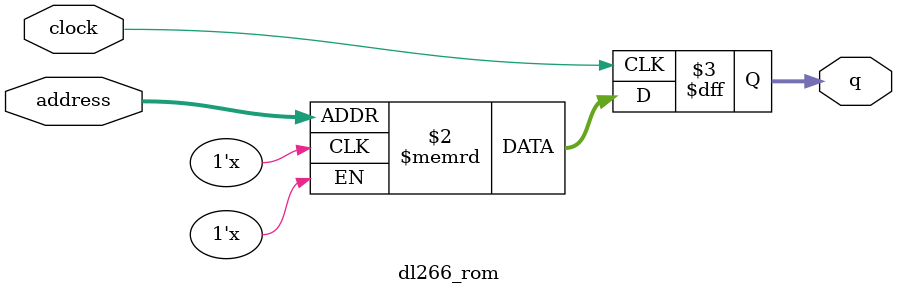
<source format=sv>
module dl266_rom (
	input logic clock,
	input logic [10:0] address,
	output logic [5:0] q
);

logic [5:0] memory [0:2027] /* synthesis ram_init_file = "./dl266/dl266.COE" */;

always_ff @ (posedge clock) begin
	q <= memory[address];
end

endmodule

</source>
